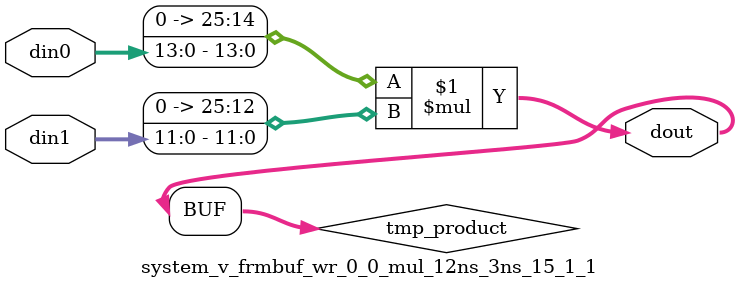
<source format=v>

`timescale 1 ns / 1 ps

  module system_v_frmbuf_wr_0_0_mul_12ns_3ns_15_1_1(din0, din1, dout);
parameter ID = 1;
parameter NUM_STAGE = 0;
parameter din0_WIDTH = 14;
parameter din1_WIDTH = 12;
parameter dout_WIDTH = 26;

input [din0_WIDTH - 1 : 0] din0; 
input [din1_WIDTH - 1 : 0] din1; 
output [dout_WIDTH - 1 : 0] dout;

wire signed [dout_WIDTH - 1 : 0] tmp_product;










assign tmp_product = $signed({1'b0, din0}) * $signed({1'b0, din1});











assign dout = tmp_product;







endmodule

</source>
